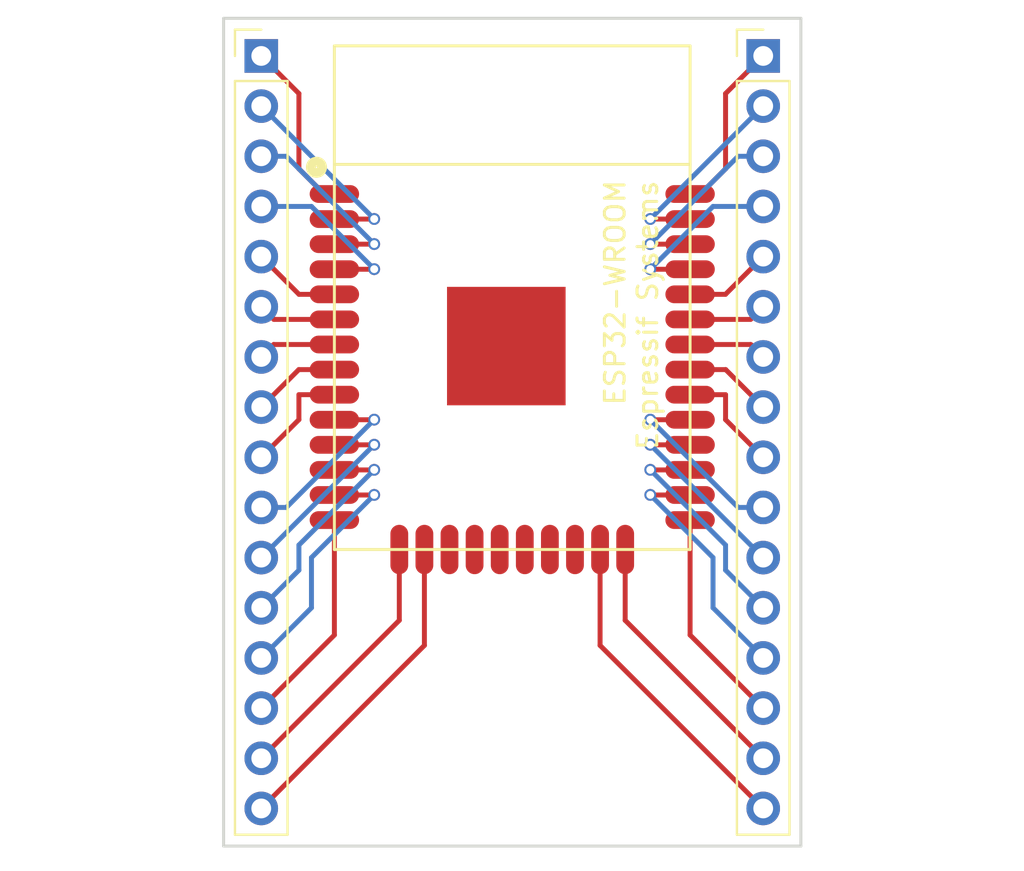
<source format=kicad_pcb>
(kicad_pcb (version 20211014) (generator pcbnew)
  (layers (0 "F.Cu" signal) (31 "B.Cu" signal) (34 "B.Paste" user) (35 "F.Paste" user) (36 "B.SilkS" user "B.Silkscreen") (37 "F.SilkS" user "F.Silkscreen") (38 "B.Mask" user) (39 "F.Mask" user) (44 "Edge.Cuts" user))
  (net 0 "")
  (footprint "Sassa:ESP32-WROOM" (layer "F.Cu") (at 147.32 86.36 180)
    (fp_text reference "REF**" hide)
    (fp_text value "ESP32-WROOM")
    (fp_text user "Espressif Systems" (at -6.858 2.111 270) (layer "F.SilkS"))
    (fp_text user "ESP32-WROOM" (at -5.207 3.254 270) (layer "F.SilkS"))
    (fp_line (start -9 15.75) (end 9 15.75) (layer "F.SilkS") (width 0.15))
    (fp_line (start 9 15.75) (end 9 -9.75) (layer "F.SilkS") (width 0.15))
    (fp_line (start -9 -9.75) (end 9 -9.75) (layer "F.SilkS") (width 0.15))
    (fp_line (start -9 9.75) (end 9 9.75) (layer "F.SilkS") (width 0.15))
    (fp_line (start -9 15.75) (end -9 -9.75) (layer "F.SilkS") (width 0.15))
    (fp_circle (center 9.906 9.604) (end 10.033 9.858) (layer "F.SilkS") (width 0.5) (fill none))
    (pad "1" smd oval locked (at 9 8.25 180) (size 2.5 0.9) (layers "F.Cu" "F.Paste" "F.Mask"))
    (pad "2" smd oval locked (at 9 6.98 180) (size 2.5 0.9) (layers "F.Cu" "F.Paste" "F.Mask"))
    (pad "3" smd oval locked (at 9 5.71 180) (size 2.5 0.9) (layers "F.Cu" "F.Paste" "F.Mask"))
    (pad "4" smd oval locked (at 9 4.44 180) (size 2.5 0.9) (layers "F.Cu" "F.Paste" "F.Mask"))
    (pad "5" smd oval locked (at 9 3.17 180) (size 2.5 0.9) (layers "F.Cu" "F.Paste" "F.Mask"))
    (pad "6" smd oval locked (at 9 1.9 180) (size 2.5 0.9) (layers "F.Cu" "F.Paste" "F.Mask"))
    (pad "7" smd oval locked (at 9 0.63 180) (size 2.5 0.9) (layers "F.Cu" "F.Paste" "F.Mask"))
    (pad "8" smd oval locked (at 9 -0.64 180) (size 2.5 0.9) (layers "F.Cu" "F.Paste" "F.Mask"))
    (pad "9" smd oval locked (at 9 -1.91 180) (size 2.5 0.9) (layers "F.Cu" "F.Paste" "F.Mask"))
    (pad "10" smd oval locked (at 9 -3.18 180) (size 2.5 0.9) (layers "F.Cu" "F.Paste" "F.Mask"))
    (pad "11" smd oval locked (at 9 -4.45 180) (size 2.5 0.9) (layers "F.Cu" "F.Paste" "F.Mask"))
    (pad "12" smd oval locked (at 9 -5.72 180) (size 2.5 0.9) (layers "F.Cu" "F.Paste" "F.Mask"))
    (pad "13" smd oval locked (at 9 -6.99 180) (size 2.5 0.9) (layers "F.Cu" "F.Paste" "F.Mask"))
    (pad "14" smd oval locked (at 9 -8.26 180) (size 2.5 0.9) (layers "F.Cu" "F.Paste" "F.Mask"))
    (pad "15" smd oval locked (at 5.715 -9.75 180) (size 0.9 2.5) (layers "F.Cu" "F.Paste" "F.Mask"))
    (pad "16" smd oval locked (at 4.445 -9.75 180) (size 0.9 2.5) (layers "F.Cu" "F.Paste" "F.Mask"))
    (pad "17" smd oval locked (at 3.175 -9.75 180) (size 0.9 2.5) (layers "F.Cu" "F.Paste" "F.Mask"))
    (pad "18" smd oval locked (at 1.905 -9.75 180) (size 0.9 2.5) (layers "F.Cu" "F.Paste" "F.Mask"))
    (pad "19" smd oval locked (at 0.635 -9.75 180) (size 0.9 2.5) (layers "F.Cu" "F.Paste" "F.Mask"))
    (pad "20" smd oval locked (at -0.635 -9.75 180) (size 0.9 2.5) (layers "F.Cu" "F.Paste" "F.Mask"))
    (pad "21" smd oval locked (at -1.905 -9.75 180) (size 0.9 2.5) (layers "F.Cu" "F.Paste" "F.Mask"))
    (pad "22" smd oval locked (at -3.175 -9.75 180) (size 0.9 2.5) (layers "F.Cu" "F.Paste" "F.Mask"))
    (pad "23" smd oval locked (at -4.445 -9.75 180) (size 0.9 2.5) (layers "F.Cu" "F.Paste" "F.Mask"))
    (pad "24" smd oval locked (at -5.715 -9.75 180) (size 0.9 2.5) (layers "F.Cu" "F.Paste" "F.Mask"))
    (pad "25" smd oval locked (at -9 -8.26 180) (size 2.5 0.9) (layers "F.Cu" "F.Paste" "F.Mask"))
    (pad "26" smd oval locked (at -9 -6.99 180) (size 2.5 0.9) (layers "F.Cu" "F.Paste" "F.Mask"))
    (pad "27" smd oval locked (at -9 -5.72 180) (size 2.5 0.9) (layers "F.Cu" "F.Paste" "F.Mask"))
    (pad "28" smd oval locked (at -9 -4.45 180) (size 2.5 0.9) (layers "F.Cu" "F.Paste" "F.Mask"))
    (pad "29" smd oval locked (at -9 -3.18 180) (size 2.5 0.9) (layers "F.Cu" "F.Paste" "F.Mask"))
    (pad "30" smd oval locked (at -9 -1.91 180) (size 2.5 0.9) (layers "F.Cu" "F.Paste" "F.Mask"))
    (pad "31" smd oval locked (at -9 -0.64 180) (size 2.5 0.9) (layers "F.Cu" "F.Paste" "F.Mask"))
    (pad "32" smd oval locked (at -9 0.63 180) (size 2.5 0.9) (layers "F.Cu" "F.Paste" "F.Mask"))
    (pad "33" smd oval locked (at -9 1.9 180) (size 2.5 0.9) (layers "F.Cu" "F.Paste" "F.Mask"))
    (pad "34" smd oval locked (at -9 3.17 180) (size 2.5 0.9) (layers "F.Cu" "F.Paste" "F.Mask"))
    (pad "35" smd oval locked (at -9 4.44 180) (size 2.5 0.9) (layers "F.Cu" "F.Paste" "F.Mask"))
    (pad "36" smd oval locked (at -9 5.71 180) (size 2.5 0.9) (layers "F.Cu" "F.Paste" "F.Mask"))
    (pad "37" smd oval locked (at -9 6.98 180) (size 2.5 0.9) (layers "F.Cu" "F.Paste" "F.Mask"))
    (pad "38" smd oval locked (at -9 8.25 180) (size 2.5 0.9) (layers "F.Cu" "F.Paste" "F.Mask"))
    (pad "39" smd rect locked (at 0.3 0.55 180) (size 6 6) (layers "F.Cu" "F.Paste" "F.Mask"))
  )
  (footprint "Connector_PinHeader_2.54mm:PinHeader_1x16_P2.54mm_Vertical" (layer "F.Cu") (at 134.62 71.12)
    (fp_text reference "REF**" hide)
    (fp_text value "PinHeader_1x16_P2.54mm_Vertical")
    (fp_line (start -1.33 0) (end -1.33 -1.33) (layer "F.SilkS") (width 0.12))
    (fp_line (start -1.33 39.43) (end 1.33 39.43) (layer "F.SilkS") (width 0.12))
    (fp_line (start -1.33 -1.33) (end 0 -1.33) (layer "F.SilkS") (width 0.12))
    (fp_line (start -1.33 1.27) (end -1.33 39.43) (layer "F.SilkS") (width 0.12))
    (fp_line (start -1.33 1.27) (end 1.33 1.27) (layer "F.SilkS") (width 0.12))
    (fp_line (start 1.33 1.27) (end 1.33 39.43) (layer "F.SilkS") (width 0.12))
    (pad "1" thru_hole rect (at 0 0) (size 1.7 1.7) (drill 1) (layers *.Cu *.Mask))
    (pad "2" thru_hole oval (at 0 2.54) (size 1.7 1.7) (drill 1) (layers *.Cu *.Mask))
    (pad "3" thru_hole oval (at 0 5.08) (size 1.7 1.7) (drill 1) (layers *.Cu *.Mask))
    (pad "4" thru_hole oval (at 0 7.62) (size 1.7 1.7) (drill 1) (layers *.Cu *.Mask))
    (pad "5" thru_hole oval (at 0 10.16) (size 1.7 1.7) (drill 1) (layers *.Cu *.Mask))
    (pad "6" thru_hole oval (at 0 12.7) (size 1.7 1.7) (drill 1) (layers *.Cu *.Mask))
    (pad "7" thru_hole oval (at 0 15.24) (size 1.7 1.7) (drill 1) (layers *.Cu *.Mask))
    (pad "8" thru_hole oval (at 0 17.78) (size 1.7 1.7) (drill 1) (layers *.Cu *.Mask))
    (pad "9" thru_hole oval (at 0 20.32) (size 1.7 1.7) (drill 1) (layers *.Cu *.Mask))
    (pad "10" thru_hole oval (at 0 22.86) (size 1.7 1.7) (drill 1) (layers *.Cu *.Mask))
    (pad "11" thru_hole oval (at 0 25.4) (size 1.7 1.7) (drill 1) (layers *.Cu *.Mask))
    (pad "12" thru_hole oval (at 0 27.94) (size 1.7 1.7) (drill 1) (layers *.Cu *.Mask))
    (pad "13" thru_hole oval (at 0 30.48) (size 1.7 1.7) (drill 1) (layers *.Cu *.Mask))
    (pad "14" thru_hole oval (at 0 33.02) (size 1.7 1.7) (drill 1) (layers *.Cu *.Mask))
    (pad "15" thru_hole oval (at 0 35.56) (size 1.7 1.7) (drill 1) (layers *.Cu *.Mask))
    (pad "16" thru_hole oval (at 0 38.1) (size 1.7 1.7) (drill 1) (layers *.Cu *.Mask))
  )
  (footprint "Connector_PinHeader_2.54mm:PinHeader_1x16_P2.54mm_Vertical" (layer "F.Cu") (at 160.02 71.12)
    (fp_text reference "REF**" hide)
    (fp_text value "PinHeader_1x16_P2.54mm_Vertical")
    (fp_line (start -1.33 -1.33) (end 0 -1.33) (layer "F.SilkS") (width 0.12))
    (fp_line (start -1.33 1.27) (end 1.33 1.27) (layer "F.SilkS") (width 0.12))
    (fp_line (start 1.33 1.27) (end 1.33 39.43) (layer "F.SilkS") (width 0.12))
    (fp_line (start -1.33 39.43) (end 1.33 39.43) (layer "F.SilkS") (width 0.12))
    (fp_line (start -1.33 0) (end -1.33 -1.33) (layer "F.SilkS") (width 0.12))
    (fp_line (start -1.33 1.27) (end -1.33 39.43) (layer "F.SilkS") (width 0.12))
    (pad "1" thru_hole rect (at 0 0) (size 1.7 1.7) (drill 1) (layers *.Cu *.Mask))
    (pad "2" thru_hole oval (at 0 2.54) (size 1.7 1.7) (drill 1) (layers *.Cu *.Mask))
    (pad "3" thru_hole oval (at 0 5.08) (size 1.7 1.7) (drill 1) (layers *.Cu *.Mask))
    (pad "4" thru_hole oval (at 0 7.62) (size 1.7 1.7) (drill 1) (layers *.Cu *.Mask))
    (pad "5" thru_hole oval (at 0 10.16) (size 1.7 1.7) (drill 1) (layers *.Cu *.Mask))
    (pad "6" thru_hole oval (at 0 12.7) (size 1.7 1.7) (drill 1) (layers *.Cu *.Mask))
    (pad "7" thru_hole oval (at 0 15.24) (size 1.7 1.7) (drill 1) (layers *.Cu *.Mask))
    (pad "8" thru_hole oval (at 0 17.78) (size 1.7 1.7) (drill 1) (layers *.Cu *.Mask))
    (pad "9" thru_hole oval (at 0 20.32) (size 1.7 1.7) (drill 1) (layers *.Cu *.Mask))
    (pad "10" thru_hole oval (at 0 22.86) (size 1.7 1.7) (drill 1) (layers *.Cu *.Mask))
    (pad "11" thru_hole oval (at 0 25.4) (size 1.7 1.7) (drill 1) (layers *.Cu *.Mask))
    (pad "12" thru_hole oval (at 0 27.94) (size 1.7 1.7) (drill 1) (layers *.Cu *.Mask))
    (pad "13" thru_hole oval (at 0 30.48) (size 1.7 1.7) (drill 1) (layers *.Cu *.Mask))
    (pad "14" thru_hole oval (at 0 33.02) (size 1.7 1.7) (drill 1) (layers *.Cu *.Mask))
    (pad "15" thru_hole oval (at 0 35.56) (size 1.7 1.7) (drill 1) (layers *.Cu *.Mask))
    (pad "16" thru_hole oval (at 0 38.1) (size 1.7 1.7) (drill 1) (layers *.Cu *.Mask))
  )
  (gr_line (start 132.715 111.125) (end 161.925 111.125) (layer "Edge.Cuts") (width 0.15))
  (gr_line (start 161.925 111.125) (end 161.925 69.215) (layer "Edge.Cuts") (width 0.15))
  (gr_line (start 161.925 69.215) (end 132.715 69.215) (layer "Edge.Cuts") (width 0.15))
  (gr_line (start 132.715 69.215) (end 132.715 111.125) (layer "Edge.Cuts") (width 0.15))
  (segment (start 140.33 80.65) (end 140.335 80.645) (width 0.25) (layer "F.Cu") (net 0))
  (segment (start 140.33 81.92) (end 140.335 81.915) (width 0.25) (layer "F.Cu") (net 0))
  (segment (start 136.53 83.19) (end 134.62 81.28) (width 0.25) (layer "F.Cu") (net 0))
  (segment (start 135.26 84.46) (end 134.62 83.82) (width 0.25) (layer "F.Cu") (net 0))
  (segment (start 135.25 85.73) (end 134.62 86.36) (width 0.25) (layer "F.Cu") (net 0))
  (segment (start 136.52 87) (end 134.62 88.9) (width 0.25) (layer "F.Cu") (net 0))
  (segment (start 136.53 88.27) (end 136.525 88.275) (width 0.25) (layer "F.Cu") (net 0))
  (segment (start 136.525 88.275) (end 136.525 89.535) (width 0.25) (layer "F.Cu") (net 0))
  (segment (start 136.525 89.535) (end 134.62 91.44) (width 0.25) (layer "F.Cu") (net 0))
  (segment (start 140.33 89.54) (end 140.335 89.535) (width 0.25) (layer "F.Cu") (net 0))
  (segment (start 140.33 90.81) (end 140.335 90.805) (width 0.25) (layer "F.Cu") (net 0))
  (segment (start 140.33 92.08) (end 140.335 92.075) (width 0.25) (layer "F.Cu") (net 0))
  (segment (start 140.33 93.35) (end 140.335 93.345) (width 0.25) (layer "F.Cu") (net 0))
  (segment (start 141.605 99.695) (end 134.62 106.68) (width 0.25) (layer "F.Cu") (net 0))
  (segment (start 142.875 100.965) (end 134.62 109.22) (width 0.25) (layer "F.Cu") (net 0))
  (segment (start 151.765 100.965) (end 160.02 109.22) (width 0.25) (layer "F.Cu") (net 0))
  (segment (start 153.035 99.695) (end 160.02 106.68) (width 0.25) (layer "F.Cu") (net 0))
  (segment (start 140.33 79.38) (end 140.335 79.375) (width 0.25) (layer "F.Cu") (net 0))
  (segment (start 137.8 78.11) (end 136.525 76.835) (width 0.25) (layer "F.Cu") (net 0))
  (segment (start 136.525 76.835) (end 136.525 73.025) (width 0.25) (layer "F.Cu") (net 0))
  (segment (start 136.525 73.025) (end 134.62 71.12) (width 0.25) (layer "F.Cu") (net 0))
  (segment (start 154.31 79.38) (end 154.305 79.375) (width 0.25) (layer "F.Cu") (net 0))
  (segment (start 154.31 80.65) (end 154.305 80.645) (width 0.25) (layer "F.Cu") (net 0))
  (segment (start 154.31 81.92) (end 154.305 81.915) (width 0.25) (layer "F.Cu") (net 0))
  (segment (start 156.84 78.11) (end 158.115 76.835) (width 0.25) (layer "F.Cu") (net 0))
  (segment (start 158.115 76.835) (end 158.115 73.025) (width 0.25) (layer "F.Cu") (net 0))
  (segment (start 158.115 73.025) (end 160.02 71.12) (width 0.25) (layer "F.Cu") (net 0))
  (segment (start 158.11 83.19) (end 160.02 81.28) (width 0.25) (layer "F.Cu") (net 0))
  (segment (start 159.38 84.46) (end 160.02 83.82) (width 0.25) (layer "F.Cu") (net 0))
  (segment (start 159.39 85.73) (end 160.02 86.36) (width 0.25) (layer "F.Cu") (net 0))
  (segment (start 158.12 87) (end 160.02 88.9) (width 0.25) (layer "F.Cu") (net 0))
  (segment (start 158.11 88.27) (end 158.115 88.275) (width 0.25) (layer "F.Cu") (net 0))
  (segment (start 158.115 88.275) (end 158.115 89.535) (width 0.25) (layer "F.Cu") (net 0))
  (segment (start 158.115 89.535) (end 160.02 91.44) (width 0.25) (layer "F.Cu") (net 0))
  (segment (start 154.31 89.54) (end 154.305 89.535) (width 0.25) (layer "F.Cu") (net 0))
  (segment (start 154.31 90.81) (end 154.305 90.805) (width 0.25) (layer "F.Cu") (net 0))
  (segment (start 154.31 92.08) (end 154.305 92.075) (width 0.25) (layer "F.Cu") (net 0))
  (segment (start 154.31 93.35) (end 154.305 93.345) (width 0.25) (layer "F.Cu") (net 0))
  (segment (start 138.32 100.44) (end 134.62 104.14) (width 0.25) (layer "F.Cu") (net 0))
  (segment (start 156.32 100.44) (end 160.02 104.14) (width 0.25) (layer "F.Cu") (net 0))
  (segment (start 153.035 96.11) (end 153.035 99.695) (width 0.25) (layer "F.Cu") (net 0))
  (segment (start 156.32 78.11) (end 156.84 78.11) (width 0.25) (layer "F.Cu") (net 0))
  (segment (start 138.32 80.65) (end 140.33 80.65) (width 0.25) (layer "F.Cu") (net 0))
  (segment (start 138.32 79.38) (end 140.33 79.38) (width 0.25) (layer "F.Cu") (net 0))
  (segment (start 138.32 87) (end 136.52 87) (width 0.25) (layer "F.Cu") (net 0))
  (segment (start 156.32 87) (end 158.12 87) (width 0.25) (layer "F.Cu") (net 0))
  (segment (start 138.32 81.92) (end 140.33 81.92) (width 0.25) (layer "F.Cu") (net 0))
  (segment (start 156.32 92.08) (end 154.31 92.08) (width 0.25) (layer "F.Cu") (net 0))
  (segment (start 138.32 85.73) (end 135.25 85.73) (width 0.25) (layer "F.Cu") (net 0))
  (segment (start 156.32 84.46) (end 159.38 84.46) (width 0.25) (layer "F.Cu") (net 0))
  (segment (start 156.32 85.73) (end 159.39 85.73) (width 0.25) (layer "F.Cu") (net 0))
  (segment (start 156.32 79.38) (end 154.31 79.38) (width 0.25) (layer "F.Cu") (net 0))
  (segment (start 138.32 90.81) (end 140.33 90.81) (width 0.25) (layer "F.Cu") (net 0))
  (segment (start 156.32 80.65) (end 154.31 80.65) (width 0.25) (layer "F.Cu") (net 0))
  (segment (start 138.32 92.08) (end 140.33 92.08) (width 0.25) (layer "F.Cu") (net 0))
  (segment (start 156.32 94.62) (end 156.32 100.44) (width 0.25) (layer "F.Cu") (net 0))
  (segment (start 138.32 84.46) (end 135.26 84.46) (width 0.25) (layer "F.Cu") (net 0))
  (segment (start 156.32 83.19) (end 158.11 83.19) (width 0.25) (layer "F.Cu") (net 0))
  (segment (start 156.32 88.27) (end 158.11 88.27) (width 0.25) (layer "F.Cu") (net 0))
  (segment (start 138.32 78.11) (end 137.8 78.11) (width 0.25) (layer "F.Cu") (net 0))
  (segment (start 141.605 96.11) (end 141.605 99.695) (width 0.25) (layer "F.Cu") (net 0))
  (segment (start 156.32 93.35) (end 154.31 93.35) (width 0.25) (layer "F.Cu") (net 0))
  (segment (start 156.32 90.81) (end 154.31 90.81) (width 0.25) (layer "F.Cu") (net 0))
  (segment (start 138.32 83.19) (end 136.53 83.19) (width 0.25) (layer "F.Cu") (net 0))
  (segment (start 138.32 93.35) (end 140.33 93.35) (width 0.25) (layer "F.Cu") (net 0))
  (segment (start 156.32 89.54) (end 154.31 89.54) (width 0.25) (layer "F.Cu") (net 0))
  (segment (start 156.32 81.92) (end 154.31 81.92) (width 0.25) (layer "F.Cu") (net 0))
  (segment (start 138.32 88.27) (end 136.53 88.27) (width 0.25) (layer "F.Cu") (net 0))
  (segment (start 151.765 96.11) (end 151.765 100.965) (width 0.25) (layer "F.Cu") (net 0))
  (segment (start 138.32 89.54) (end 140.33 89.54) (width 0.25) (layer "F.Cu") (net 0))
  (segment (start 142.875 96.11) (end 142.875 100.965) (width 0.25) (layer "F.Cu") (net 0))
  (segment (start 138.32 94.62) (end 138.32 100.44) (width 0.25) (layer "F.Cu") (net 0))
  (via (at 154.305 90.805) (size 0.6) (drill 0.4) (layers "F.Cu" "B.Cu") (net 0))
  (via (at 140.335 92.075) (size 0.6) (drill 0.4) (layers "F.Cu" "B.Cu") (net 0))
  (via (at 140.335 80.645) (size 0.6) (drill 0.4) (layers "F.Cu" "B.Cu") (net 0))
  (via (at 140.335 81.915) (size 0.6) (drill 0.4) (layers "F.Cu" "B.Cu") (net 0))
  (via (at 154.305 80.645) (size 0.6) (drill 0.4) (layers "F.Cu" "B.Cu") (net 0))
  (via (at 154.305 89.535) (size 0.6) (drill 0.4) (layers "F.Cu" "B.Cu") (net 0))
  (via (at 154.305 92.075) (size 0.6) (drill 0.4) (layers "F.Cu" "B.Cu") (net 0))
  (via (at 140.335 89.535) (size 0.6) (drill 0.4) (layers "F.Cu" "B.Cu") (net 0))
  (via (at 154.305 93.345) (size 0.6) (drill 0.4) (layers "F.Cu" "B.Cu") (net 0))
  (via (at 140.335 93.345) (size 0.6) (drill 0.4) (layers "F.Cu" "B.Cu") (net 0))
  (via (at 140.335 79.375) (size 0.6) (drill 0.4) (layers "F.Cu" "B.Cu") (net 0))
  (via (at 154.305 79.375) (size 0.6) (drill 0.4) (layers "F.Cu" "B.Cu") (net 0))
  (via (at 154.305 81.915) (size 0.6) (drill 0.4) (layers "F.Cu" "B.Cu") (net 0))
  (via (at 140.335 90.805) (size 0.6) (drill 0.4) (layers "F.Cu" "B.Cu") (net 0))
  (segment (start 140.335 80.645) (end 135.89 76.2) (width 0.25) (layer "B.Cu") (net 0))
  (segment (start 135.89 76.2) (end 134.62 76.2) (width 0.25) (layer "B.Cu") (net 0))
  (segment (start 140.335 81.915) (end 137.16 78.74) (width 0.25) (layer "B.Cu") (net 0))
  (segment (start 137.16 78.74) (end 134.62 78.74) (width 0.25) (layer "B.Cu") (net 0))
  (segment (start 140.335 89.535) (end 135.89 93.98) (width 0.25) (layer "B.Cu") (net 0))
  (segment (start 135.89 93.98) (end 134.62 93.98) (width 0.25) (layer "B.Cu") (net 0))
  (segment (start 140.335 90.805) (end 134.62 96.52) (width 0.25) (layer "B.Cu") (net 0))
  (segment (start 140.335 92.075) (end 136.525 95.885) (width 0.25) (layer "B.Cu") (net 0))
  (segment (start 136.525 95.885) (end 136.525 97.155) (width 0.25) (layer "B.Cu") (net 0))
  (segment (start 136.525 97.155) (end 134.62 99.06) (width 0.25) (layer "B.Cu") (net 0))
  (segment (start 140.335 93.345) (end 137.16 96.52) (width 0.25) (layer "B.Cu") (net 0))
  (segment (start 137.16 96.52) (end 137.16 99.06) (width 0.25) (layer "B.Cu") (net 0))
  (segment (start 137.16 99.06) (end 134.62 101.6) (width 0.25) (layer "B.Cu") (net 0))
  (segment (start 140.335 79.375) (end 134.62 73.66) (width 0.25) (layer "B.Cu") (net 0))
  (segment (start 154.305 79.375) (end 160.02 73.66) (width 0.25) (layer "B.Cu") (net 0))
  (segment (start 154.305 80.645) (end 158.75 76.2) (width 0.25) (layer "B.Cu") (net 0))
  (segment (start 158.75 76.2) (end 160.02 76.2) (width 0.25) (layer "B.Cu") (net 0))
  (segment (start 154.305 81.915) (end 157.48 78.74) (width 0.25) (layer "B.Cu") (net 0))
  (segment (start 157.48 78.74) (end 160.02 78.74) (width 0.25) (layer "B.Cu") (net 0))
  (segment (start 154.305 89.535) (end 158.75 93.98) (width 0.25) (layer "B.Cu") (net 0))
  (segment (start 158.75 93.98) (end 160.02 93.98) (width 0.25) (layer "B.Cu") (net 0))
  (segment (start 154.305 90.805) (end 160.02 96.52) (width 0.25) (layer "B.Cu") (net 0))
  (segment (start 154.305 92.075) (end 158.115 95.885) (width 0.25) (layer "B.Cu") (net 0))
  (segment (start 158.115 95.885) (end 158.115 97.155) (width 0.25) (layer "B.Cu") (net 0))
  (segment (start 158.115 97.155) (end 160.02 99.06) (width 0.25) (layer "B.Cu") (net 0))
  (segment (start 154.305 93.345) (end 157.48 96.52) (width 0.25) (layer "B.Cu") (net 0))
  (segment (start 157.48 96.52) (end 157.48 99.06) (width 0.25) (layer "B.Cu") (net 0))
  (segment (start 157.48 99.06) (end 160.02 101.6) (width 0.25) (layer "B.Cu") (net 0))
)
</source>
